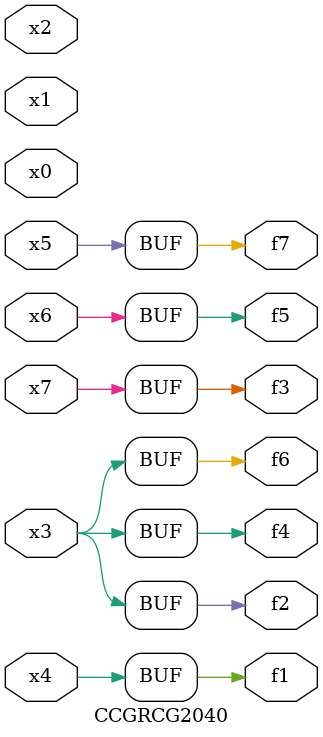
<source format=v>
module CCGRCG2040(
	input x0, x1, x2, x3, x4, x5, x6, x7,
	output f1, f2, f3, f4, f5, f6, f7
);
	assign f1 = x4;
	assign f2 = x3;
	assign f3 = x7;
	assign f4 = x3;
	assign f5 = x6;
	assign f6 = x3;
	assign f7 = x5;
endmodule

</source>
